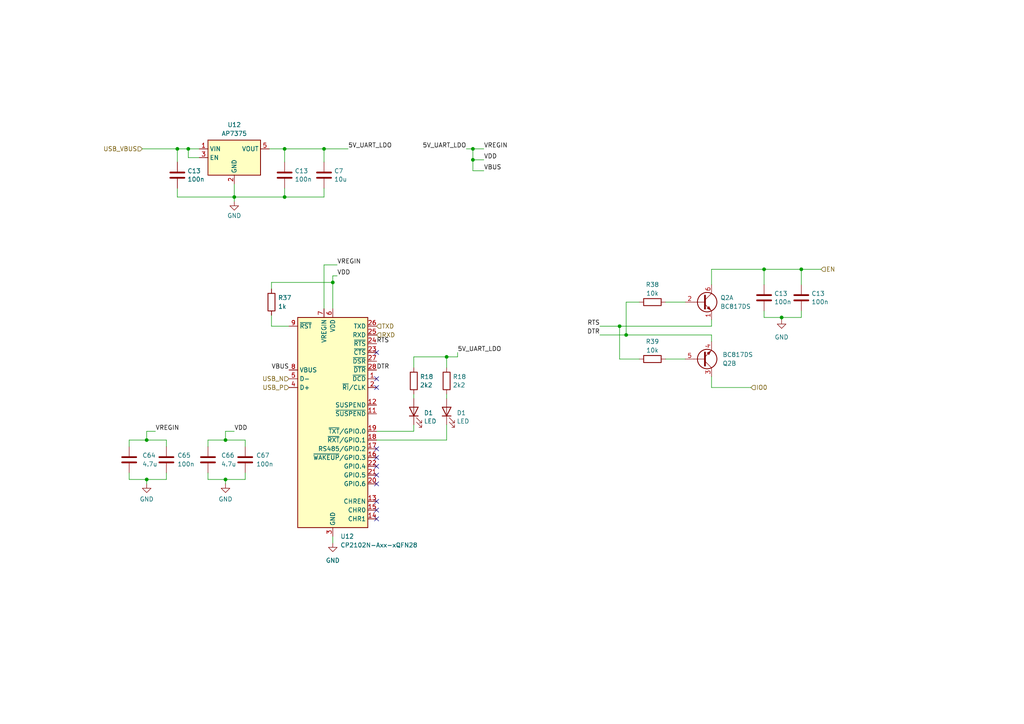
<source format=kicad_sch>
(kicad_sch (version 20230121) (generator eeschema)
  (paper "A4")
  (title_block (title "USB to UART Programming Circuit") (date "2023-11-15"))
  (lib_symbols
    (symbol "Device:C" (pin_numbers hide) (pin_names (offset 0.254))
      (property "Reference" "C" (at 0.635 2.54 0))
      (property "Value" "C" (at 0.635 -2.54 0))
      (symbol "C_0_1"
        (polyline (pts (xy -2.032 -0.762) (xy 2.032 -0.762)) (stroke (width 0.508)))
        (polyline (pts (xy -2.032 0.762) (xy 2.032 0.762)) (stroke (width 0.508)))
      )
      (symbol "C_1_1"
        (pin passive line (at 0 3.81 270) (length 2.794) (name "~") (number "1"))
        (pin passive line (at 0 -3.81 90) (length 2.794) (name "~") (number "2"))
      )
    )
    (symbol "Device:LED" (pin_numbers hide) (pin_names (offset 1.016) hide)
      (property "Reference" "D" (at 0 2.54 0))
      (property "Value" "LED" (at 0 -2.54 0))
      (symbol "LED_0_1"
        (polyline (pts (xy -1.27 -1.27) (xy -1.27 1.27)) (stroke (width 0.254)))
        (polyline (pts (xy -1.27 0) (xy 1.27 0)))
        (polyline (pts (xy 1.27 -1.27) (xy 1.27 1.27) (xy -1.27 0) (xy 1.27 -1.27)) (stroke (width 0.254)))
        (polyline (pts (xy -3.048 -0.762) (xy -4.572 -2.286) (xy -3.81 -2.286) (xy -4.572 -2.286) (xy -4.572 -1.524)))
        (polyline (pts (xy -1.778 -0.762) (xy -3.302 -2.286) (xy -2.54 -2.286) (xy -3.302 -2.286) (xy -3.302 -1.524)))
      )
      (symbol "LED_1_1"
        (pin passive line (at -3.81 0 0) (length 2.54) (name "K") (number "1"))
        (pin passive line (at 3.81 0 180) (length 2.54) (name "A") (number "2"))
      )
    )
    (symbol "Device:Q_Dual_NPN_NPN_E1B1C2E2B2C1" (pin_names (offset 0) hide)
      (property "Reference" "Q" (at 5.08 1.27 0))
      (property "Value" "Q_Dual_NPN_NPN_E1B1C2E2B2C1" (at 5.08 -1.27 0))
      (symbol "Q_Dual_NPN_NPN_E1B1C2E2B2C1_0_1"
        (polyline (pts (xy 0.635 0) (xy -2.54 0)))
        (polyline (pts (xy 0.635 0.635) (xy 2.54 2.54)))
        (polyline (pts (xy 0.635 -0.635) (xy 2.54 -2.54) (xy 2.54 -2.54)))
        (polyline (pts (xy 0.635 1.905) (xy 0.635 -1.905) (xy 0.635 -1.905)) (stroke (width 0.508)))
        (polyline (pts (xy 1.27 -1.778) (xy 1.778 -1.27) (xy 2.286 -2.286) (xy 1.27 -1.778) (xy 1.27 -1.778)) (fill (type outline)))
        (circle (center 1.27 0) (radius 2.8194) (stroke (width 0.254)))
      )
      (symbol "Q_Dual_NPN_NPN_E1B1C2E2B2C1_1_1"
        (pin passive line (at 2.54 -5.08 90) (length 2.54) (name "E1") (number "1"))
        (pin input line (at -5.08 0 0) (length 2.54) (name "B1") (number "2"))
        (pin passive line (at 2.54 5.08 270) (length 2.54) (name "C1") (number "6"))
      )
      (symbol "Q_Dual_NPN_NPN_E1B1C2E2B2C1_2_1"
        (pin passive line (at 2.54 5.08 270) (length 2.54) (name "C2") (number "3"))
        (pin passive line (at 2.54 -5.08 90) (length 2.54) (name "E2") (number "4"))
        (pin input line (at -5.08 0 0) (length 2.54) (name "B2") (number "5"))
      )
    )
    (symbol "Device:R" (pin_numbers hide) (pin_names (offset 0))
      (property "Reference" "R" (at 2.032 0 90))
      (property "Value" "R" (at 0 0 90))
      (symbol "R_0_1"
        (rectangle (start -1.016 -2.54) (end 1.016 2.54) (stroke (width 0.254)))
      )
      (symbol "R_1_1"
        (pin passive line (at 0 3.81 270) (length 1.27) (name "~") (number "1"))
        (pin passive line (at 0 -3.81 90) (length 1.27) (name "~") (number "2"))
      )
    )
    (symbol "Interface_USB:CP2102N-Axx-xQFN28"
      (property "Reference" "U" (at -8.89 31.75 0))
      (property "Value" "CP2102N-Axx-xQFN28" (at 12.7 31.75 0))
      (symbol "CP2102N-Axx-xQFN28_0_1"
        (rectangle (start -10.16 30.48) (end 10.16 -30.48) (stroke (width 0.254)) (fill (type background)))
      )
      (symbol "CP2102N-Axx-xQFN28_1_1"
        (pin input line (at 12.7 12.7 180) (length 2.54) (name "~{DCD}") (number "1"))
        (pin no_connect line (at -10.16 -27.94 0) (length 2.54) hide (name "NC") (number "10"))
        (pin output line (at 12.7 2.54 180) (length 2.54) (name "~{SUSPEND}") (number "11"))
        (pin output line (at 12.7 5.08 180) (length 2.54) (name "SUSPEND") (number "12"))
        (pin output line (at 12.7 -22.86 180) (length 2.54) (name "CHREN") (number "13"))
        (pin output line (at 12.7 -27.94 180) (length 2.54) (name "CHR1") (number "14"))
        (pin output line (at 12.7 -25.4 180) (length 2.54) (name "CHR0") (number "15"))
        (pin bidirectional line (at 12.7 -10.16 180) (length 2.54) (name "~{WAKEUP}/GPIO.3") (number "16"))
        (pin bidirectional line (at 12.7 -7.62 180) (length 2.54) (name "RS485/GPIO.2") (number "17"))
        (pin bidirectional line (at 12.7 -5.08 180) (length 2.54) (name "~{RXT}/GPIO.1") (number "18"))
        (pin bidirectional line (at 12.7 -2.54 180) (length 2.54) (name "~{TXT}/GPIO.0") (number "19"))
        (pin bidirectional line (at 12.7 10.16 180) (length 2.54) (name "~{RI}/CLK") (number "2"))
        (pin bidirectional line (at 12.7 -17.78 180) (length 2.54) (name "GPIO.6") (number "20"))
        (pin bidirectional line (at 12.7 -15.24 180) (length 2.54) (name "GPIO.5") (number "21"))
        (pin bidirectional line (at 12.7 -12.7 180) (length 2.54) (name "GPIO.4") (number "22"))
        (pin input line (at 12.7 20.32 180) (length 2.54) (name "~{CTS}") (number "23"))
        (pin output line (at 12.7 22.86 180) (length 2.54) (name "~{RTS}") (number "24"))
        (pin input line (at 12.7 25.4 180) (length 2.54) (name "RXD") (number "25"))
        (pin output line (at 12.7 27.94 180) (length 2.54) (name "TXD") (number "26"))
        (pin input line (at 12.7 17.78 180) (length 2.54) (name "~{DSR}") (number "27"))
        (pin output line (at 12.7 15.24 180) (length 2.54) (name "~{DTR}") (number "28"))
        (pin passive line (at 0 -33.02 90) (length 2.54) hide (name "GND") (number "29"))
        (pin power_in line (at 0 -33.02 90) (length 2.54) (name "GND") (number "3"))
        (pin bidirectional line (at -12.7 10.16 0) (length 2.54) (name "D+") (number "4"))
        (pin bidirectional line (at -12.7 12.7 0) (length 2.54) (name "D-") (number "5"))
        (pin power_in line (at 0 33.02 270) (length 2.54) (name "VDD") (number "6"))
        (pin power_in line (at -2.54 33.02 270) (length 2.54) (name "VREGIN") (number "7"))
        (pin input line (at -12.7 15.24 0) (length 2.54) (name "VBUS") (number "8"))
        (pin input line (at -12.7 27.94 0) (length 2.54) (name "~{RST}") (number "9"))
      )
    )
    (symbol "power:GND" (power) (pin_names (offset 0))
      (property "Value" "GND" (at 0 -3.81 0))
      (symbol "GND_0_1"
        (polyline (pts (xy 0 0) (xy 0 -1.27) (xy 1.27 -1.27) (xy 0 -2.54) (xy -1.27 -1.27) (xy 0 -1.27)))
      )
      (symbol "GND_1_1"
        (pin power_in line (at 0 0 270) (length 0) hide (name "GND") (number "1"))
      )
    )
    (symbol "props_board:AP7375"
      (property "Reference" "U" (at 0 6.35 0))
      (property "Value" "AP7375" (at -19.05 0 0))
      (symbol "AP7375_0_0"
        (pin power_in line (at -10.16 1.27 0) (length 2.54) (name "VIN") (number "1"))
        (pin power_in line (at 0 -8.89 90) (length 2.54) (name "GND") (number "2"))
        (pin input line (at -10.16 -1.27 0) (length 2.54) (name "EN") (number "3"))
        (pin power_out line (at 10.16 1.27 180) (length 2.54) (name "VOUT") (number "5"))
      )
      (symbol "AP7375_1_0"
        (pin no_connect line (at -10.16 -3.81 0) (length 2.54) hide (name "NC") (number "4"))
      )
      (symbol "AP7375_1_1"
        (rectangle (start -7.62 3.81) (end 7.62 -6.35) (stroke (width 0.254)) (fill (type background)))
      )
    )
  )
  (junction (at 65.405 139.065))
  (junction (at 179.705 94.615))
  (junction (at 82.55 57.15))
  (junction (at 137.16 46.355))
  (junction (at 181.61 97.155))
  (junction (at 137.16 43.18))
  (junction (at 51.435 43.18))
  (junction (at 65.405 127.635))
  (junction (at 96.52 81.915))
  (junction (at 42.545 127.635))
  (junction (at 232.41 78.105))
  (junction (at 129.54 103.505))
  (junction (at 93.98 43.18))
  (junction (at 54.61 43.18))
  (junction (at 67.945 57.15))
  (junction (at 42.545 139.065))
  (junction (at 226.695 92.075))
  (junction (at 82.55 43.18))
  (junction (at 221.615 78.105))
  (no_connect (at 109.22 150.495))
  (no_connect (at 109.22 112.395))
  (no_connect (at 109.22 102.235))
  (no_connect (at 109.22 137.795))
  (no_connect (at 109.22 147.955))
  (no_connect (at 109.22 109.855))
  (no_connect (at 109.22 140.335))
  (no_connect (at 109.22 135.255))
  (no_connect (at 109.22 130.175))
  (no_connect (at 109.22 145.415))
  (no_connect (at 109.22 132.715))
  (wire (pts (xy 132.715 102.235) (xy 132.715 103.505)))
  (wire (pts (xy 60.325 139.065) (xy 65.405 139.065)))
  (wire (pts (xy 232.41 92.075) (xy 232.41 90.17)))
  (wire (pts (xy 206.375 109.22) (xy 206.375 112.395)))
  (wire (pts (xy 129.54 123.19) (xy 129.54 127.635)))
  (wire (pts (xy 206.375 97.155) (xy 181.61 97.155)))
  (wire (pts (xy 65.405 139.065) (xy 71.12 139.065)))
  (wire (pts (xy 71.12 139.065) (xy 71.12 137.16)))
  (wire (pts (xy 193.04 104.14) (xy 198.755 104.14)))
  (wire (pts (xy 135.255 43.18) (xy 137.16 43.18)))
  (wire (pts (xy 60.325 137.16) (xy 60.325 139.065)))
  (wire (pts (xy 206.375 94.615) (xy 179.705 94.615)))
  (wire (pts (xy 60.325 127.635) (xy 60.325 129.54)))
  (wire (pts (xy 206.375 92.71) (xy 206.375 94.615)))
  (wire (pts (xy 71.12 127.635) (xy 65.405 127.635)))
  (wire (pts (xy 97.79 80.01) (xy 96.52 80.01)))
  (wire (pts (xy 129.54 114.3) (xy 129.54 115.57)))
  (wire (pts (xy 83.82 94.615) (xy 78.74 94.615)))
  (wire (pts (xy 42.545 139.065) (xy 48.26 139.065)))
  (wire (pts (xy 57.785 45.72) (xy 54.61 45.72)))
  (wire (pts (xy 206.375 112.395) (xy 217.805 112.395)))
  (wire (pts (xy 132.715 103.505) (xy 129.54 103.505)))
  (wire (pts (xy 232.41 82.55) (xy 232.41 78.105)))
  (wire (pts (xy 93.98 43.18) (xy 93.98 46.99)))
  (wire (pts (xy 120.015 103.505) (xy 120.015 106.68)))
  (wire (pts (xy 232.41 78.105) (xy 238.125 78.105)))
  (wire (pts (xy 82.55 43.18) (xy 93.98 43.18)))
  (wire (pts (xy 93.98 54.61) (xy 93.98 57.15)))
  (wire (pts (xy 96.52 89.535) (xy 96.52 81.915)))
  (wire (pts (xy 37.465 139.065) (xy 42.545 139.065)))
  (wire (pts (xy 181.61 97.155) (xy 181.61 87.63)))
  (wire (pts (xy 93.98 76.835) (xy 93.98 89.535)))
  (wire (pts (xy 82.55 43.18) (xy 82.55 46.99)))
  (wire (pts (xy 226.695 92.075) (xy 226.695 92.71)))
  (wire (pts (xy 67.945 125.095) (xy 65.405 125.095)))
  (wire (pts (xy 179.705 104.14) (xy 185.42 104.14)))
  (wire (pts (xy 54.61 45.72) (xy 54.61 43.18)))
  (wire (pts (xy 42.545 139.065) (xy 42.545 140.335)))
  (wire (pts (xy 54.61 43.18) (xy 57.785 43.18)))
  (wire (pts (xy 65.405 127.635) (xy 60.325 127.635)))
  (wire (pts (xy 78.74 81.915) (xy 78.74 83.82)))
  (wire (pts (xy 96.52 155.575) (xy 96.52 157.48)))
  (wire (pts (xy 96.52 81.915) (xy 78.74 81.915)))
  (wire (pts (xy 120.015 125.095) (xy 109.22 125.095)))
  (wire (pts (xy 232.41 78.105) (xy 221.615 78.105)))
  (wire (pts (xy 51.435 54.61) (xy 51.435 57.15)))
  (wire (pts (xy 221.615 82.55) (xy 221.615 78.105)))
  (wire (pts (xy 173.99 94.615) (xy 179.705 94.615)))
  (wire (pts (xy 67.945 57.15) (xy 67.945 58.42)))
  (wire (pts (xy 42.545 125.095) (xy 42.545 127.635)))
  (wire (pts (xy 48.26 139.065) (xy 48.26 137.16)))
  (wire (pts (xy 45.085 125.095) (xy 42.545 125.095)))
  (wire (pts (xy 93.98 57.15) (xy 82.55 57.15)))
  (wire (pts (xy 42.545 127.635) (xy 37.465 127.635)))
  (wire (pts (xy 82.55 54.61) (xy 82.55 57.15)))
  (wire (pts (xy 65.405 139.065) (xy 65.405 140.335)))
  (wire (pts (xy 206.375 99.06) (xy 206.375 97.155)))
  (wire (pts (xy 226.695 92.075) (xy 232.41 92.075)))
  (wire (pts (xy 129.54 127.635) (xy 109.22 127.635)))
  (wire (pts (xy 129.54 106.68) (xy 129.54 103.505)))
  (wire (pts (xy 179.705 94.615) (xy 179.705 104.14)))
  (wire (pts (xy 137.16 43.18) (xy 140.335 43.18)))
  (wire (pts (xy 82.55 57.15) (xy 67.945 57.15)))
  (wire (pts (xy 67.945 53.34) (xy 67.945 57.15)))
  (wire (pts (xy 181.61 87.63) (xy 185.42 87.63)))
  (wire (pts (xy 41.275 43.18) (xy 51.435 43.18)))
  (wire (pts (xy 140.335 49.53) (xy 137.16 49.53)))
  (wire (pts (xy 206.375 82.55) (xy 206.375 78.105)))
  (wire (pts (xy 120.015 114.3) (xy 120.015 115.57)))
  (wire (pts (xy 193.04 87.63) (xy 198.755 87.63)))
  (wire (pts (xy 71.12 129.54) (xy 71.12 127.635)))
  (wire (pts (xy 37.465 127.635) (xy 37.465 129.54)))
  (wire (pts (xy 221.615 92.075) (xy 226.695 92.075)))
  (wire (pts (xy 51.435 43.18) (xy 51.435 46.99)))
  (wire (pts (xy 37.465 137.16) (xy 37.465 139.065)))
  (wire (pts (xy 173.99 97.155) (xy 181.61 97.155)))
  (wire (pts (xy 48.26 129.54) (xy 48.26 127.635)))
  (wire (pts (xy 221.615 90.17) (xy 221.615 92.075)))
  (wire (pts (xy 65.405 125.095) (xy 65.405 127.635)))
  (wire (pts (xy 78.74 91.44) (xy 78.74 94.615)))
  (wire (pts (xy 51.435 43.18) (xy 54.61 43.18)))
  (wire (pts (xy 78.105 43.18) (xy 82.55 43.18)))
  (wire (pts (xy 129.54 103.505) (xy 120.015 103.505)))
  (wire (pts (xy 140.335 46.355) (xy 137.16 46.355)))
  (wire (pts (xy 48.26 127.635) (xy 42.545 127.635)))
  (wire (pts (xy 51.435 57.15) (xy 67.945 57.15)))
  (wire (pts (xy 97.79 76.835) (xy 93.98 76.835)))
  (wire (pts (xy 206.375 78.105) (xy 221.615 78.105)))
  (wire (pts (xy 120.015 123.19) (xy 120.015 125.095)))
  (wire (pts (xy 96.52 80.01) (xy 96.52 81.915)))
  (wire (pts (xy 137.16 46.355) (xy 137.16 43.18)))
  (wire (pts (xy 93.98 43.18) (xy 100.965 43.18)))
  (wire (pts (xy 137.16 49.53) (xy 137.16 46.355)))
  (label "VBUS" (at 83.82 107.315 180))
  (label "DTR" (at 109.22 107.315 0))
  (label "5V_UART_LDO" (at 132.715 102.235 0))
  (label "5V_UART_LDO" (at 100.965 43.18 0))
  (label "VREGIN" (at 97.79 76.835 0))
  (label "RTS" (at 109.22 99.695 0))
  (label "VBUS" (at 140.335 49.53 0))
  (label "VDD" (at 97.79 80.01 0))
  (label "VDD" (at 140.335 46.355 0))
  (label "VDD" (at 67.945 125.095 0))
  (label "5V_UART_LDO" (at 135.255 43.18 180))
  (label "DTR" (at 173.99 97.155 180))
  (label "RTS" (at 173.99 94.615 180))
  (label "VREGIN" (at 140.335 43.18 0))
  (label "VREGIN" (at 45.085 125.095 0))
  (hierarchical_label "USB_VBUS" (shape input) (at 41.275 43.18 180))
  (hierarchical_label "USB_N" (shape input) (at 83.82 109.855 180))
  (hierarchical_label "IO0" (shape input) (at 217.805 112.395 0))
  (hierarchical_label "USB_P" (shape input) (at 83.82 112.395 180))
  (hierarchical_label "RXD" (shape input) (at 109.22 97.155 0))
  (hierarchical_label "TXD" (shape input) (at 109.22 94.615 0))
  (hierarchical_label "EN" (shape input) (at 238.125 78.105 0))
  (symbol (lib_id "Device:C") (at 82.55 50.8 0) (unit 1)
    (property "Reference" "C13" (at 85.471 49.5879 0) (effects (justify left)))
    (property "Value" "100n" (at 85.471 52.0121 0) (effects (justify left)))
    (property "Footprint" "Capacitor_SMD:C_0603_1608Metric" (effects hide))
    (property "Digikey Part No." "1276-1000-1-ND" (effects hide))
    (instances (project "props_board_v3" (path "" (reference "C13") (unit 1)) (path "" (reference "C44") (unit 1)) (path "" (reference "C60") (unit 1))))
  )
  (symbol (lib_id "Device:C") (at 37.465 133.35 0) (unit 1)
    (property "Reference" "C64" (at 41.275 132.08 0) (effects (justify left)))
    (property "Value" "4.7u" (at 41.275 134.62 0) (effects (justify left)))
    (property "Footprint" "Capacitor_SMD:C_0603_1608Metric" (effects hide))
    (property "Digikey Part No." "1276-1903-1-ND" (effects hide))
  )
  (symbol (lib_id "Device:C") (at 221.615 86.36 0) (unit 1)
    (property "Reference" "C13" (at 224.536 85.1479 0) (effects (justify left)))
    (property "Value" "100n" (at 224.536 87.5721 0) (effects (justify left)))
    (property "Footprint" "Capacitor_SMD:C_0603_1608Metric" (effects hide))
    (property "Digikey Part No." "1276-1000-1-ND" (effects hide))
    (instances (project "props_board_v3" (path "" (reference "C13") (unit 1)) (path "" (reference "C44") (unit 1)) (path "" (reference "C62") (unit 1))))
  )
  (symbol (lib_id "Device:R") (at 189.23 104.14 90) (unit 1)
    (property "Reference" "R39" (at 189.23 99.06 90))
    (property "Value" "10k" (at 189.23 101.6 90))
    (property "Footprint" "Resistor_SMD:R_0603_1608Metric" (effects hide))
    (property "Digikey Part No." "RMCF0603FT10K0CT-ND" (effects hide))
  )
  (symbol (lib_id "Device:Q_Dual_NPN_NPN_E1B1C2E2B2C1") (at 203.835 104.14 0) (mirror x) (unit 2)
    (property "Reference" "Q2" (at 209.55 105.41 0) (effects (justify left)))
    (property "Value" "BC817DS" (at 209.55 102.87 0) (effects (justify left)))
    (property "Footprint" "Package_SO:TSOP-6_1.65x3.05mm_P0.95mm" (effects hide))
    (property "Digikey Part No." "1727-6188-1-ND" (effects hide))
  )
  (symbol (lib_id "power:GND") (at 96.52 157.48 0) (unit 1)
    (property "Reference" "#PWR050" (effects hide))
    (property "Value" "GND" (at 96.52 162.56 0))
  )
  (symbol (lib_id "props_board:AP7375") (at 67.945 44.45 0) (unit 1)
    (property "Reference" "U12" (at 67.945 36.195 0))
    (property "Value" "AP7375" (at 67.945 38.735 0))
    (property "Footprint" "Package_TO_SOT_SMD:SOT-23-5" (effects hide))
    (property "Digikey Part No." "31-AP7375-50W5-7CT-ND" (effects hide))
    (instances (project "props_board_v3" (path "" (reference "U12") (unit 1)) (path "" (reference "U11") (unit 1))))
  )
  (symbol (lib_id "Device:C") (at 71.12 133.35 0) (unit 1)
    (property "Reference" "C67" (at 74.295 132.08 0) (effects (justify left)))
    (property "Value" "100n" (at 74.295 134.62 0) (effects (justify left)))
    (property "Footprint" "Capacitor_SMD:C_0603_1608Metric" (effects hide))
    (property "Digikey Part No." "1276-1000-1-ND" (effects hide))
  )
  (symbol (lib_id "Device:C") (at 60.325 133.35 0) (unit 1)
    (property "Reference" "C66" (at 64.135 132.08 0) (effects (justify left)))
    (property "Value" "4.7u" (at 64.135 134.62 0) (effects (justify left)))
    (property "Footprint" "Capacitor_SMD:C_0603_1608Metric" (effects hide))
    (property "Digikey Part No." "1276-1903-1-ND" (effects hide))
  )
  (symbol (lib_id "Device:R") (at 120.015 110.49 0) (unit 1)
    (property "Reference" "R18" (at 121.793 109.2779 0) (effects (justify left)))
    (property "Value" "2k2" (at 121.793 111.7021 0) (effects (justify left)))
    (property "Footprint" "Resistor_SMD:R_0603_1608Metric" (effects hide))
    (property "Digikey Part No." "RMCF0603JT2K20CT-ND" (effects hide))
    (instances (project "props_board_v3" (path "" (reference "R18") (unit 1)) (path "" (reference "R40") (unit 1))))
  )
  (symbol (lib_id "Device:LED") (at 120.015 119.38 90) (unit 1)
    (property "Reference" "D1" (at 122.936 119.7554 90) (effects (justify right)))
    (property "Value" "LED" (at 122.936 122.1796 90) (effects (justify right)))
    (property "Footprint" "LED_SMD:LED_0603_1608Metric" (effects hide))
    (property "Digikey Part No." "160-1828-1-ND" (effects hide))
    (instances (project "props_board_v3" (path "" (reference "D1") (unit 1)) (path "" (reference "D7") (unit 1))))
  )
  (symbol (lib_id "Device:C") (at 51.435 50.8 0) (unit 1)
    (property "Reference" "C13" (at 54.356 49.5879 0) (effects (justify left)))
    (property "Value" "100n" (at 54.356 52.0121 0) (effects (justify left)))
    (property "Footprint" "Capacitor_SMD:C_0603_1608Metric" (effects hide))
    (property "Digikey Part No." "1276-1000-1-ND" (effects hide))
    (instances (project "props_board_v3" (path "" (reference "C13") (unit 1)) (path "" (reference "C48") (unit 1)) (path "" (reference "C59") (unit 1))))
  )
  (symbol (lib_id "Device:C") (at 48.26 133.35 0) (unit 1)
    (property "Reference" "C65" (at 51.435 132.08 0) (effects (justify left)))
    (property "Value" "100n" (at 51.435 134.62 0) (effects (justify left)))
    (property "Footprint" "Capacitor_SMD:C_0603_1608Metric" (effects hide))
    (property "Digikey Part No." "1276-1000-1-ND" (effects hide))
  )
  (symbol (lib_id "Interface_USB:CP2102N-Axx-xQFN28") (at 96.52 122.555 0) (unit 1)
    (property "Reference" "U12" (at 98.7141 155.575 0) (effects (justify left)))
    (property "Value" "CP2102N-Axx-xQFN28" (at 98.7141 158.115 0) (effects (justify left)))
    (property "Footprint" "Package_DFN_QFN:QFN-28-1EP_5x5mm_P0.5mm_EP3.35x3.35mm" (effects hide))
    (property "Datasheet" "https://www.silabs.com/documents/public/data-sheets/cp2102n-datasheet.pdf" (effects hide))
    (property "Digikey Part No." "taobao" (effects hide))
  )
  (symbol (lib_id "Device:LED") (at 129.54 119.38 90) (unit 1)
    (property "Reference" "D1" (at 132.461 119.7554 90) (effects (justify right)))
    (property "Value" "LED" (at 132.461 122.1796 90) (effects (justify right)))
    (property "Footprint" "LED_SMD:LED_0603_1608Metric" (effects hide))
    (property "Digikey Part No." "160-1828-1-ND" (effects hide))
    (instances (project "props_board_v3" (path "" (reference "D1") (unit 1)) (path "" (reference "D8") (unit 1))))
  )
  (symbol (lib_id "Device:C") (at 93.98 50.8 0) (unit 1)
    (property "Reference" "C7" (at 96.901 49.5879 0) (effects (justify left)))
    (property "Value" "10u" (at 96.901 52.0121 0) (effects (justify left)))
    (property "Footprint" "Capacitor_SMD:C_0603_1608Metric" (effects hide))
    (property "Digikey Part No." "1276-1192-1-ND" (effects hide))
    (instances (project "props_board_v3" (path "" (reference "C7") (unit 1)) (path "" (reference "C47") (unit 1)) (path "" (reference "C61") (unit 1))))
  )
  (symbol (lib_id "power:GND") (at 42.545 140.335 0) (unit 1)
    (property "Reference" "#PWR048" (effects hide))
    (property "Value" "GND" (at 42.545 144.78 0))
  )
  (symbol (lib_id "Device:R") (at 129.54 110.49 0) (unit 1)
    (property "Reference" "R18" (at 131.318 109.2779 0) (effects (justify left)))
    (property "Value" "2k2" (at 131.318 111.7021 0) (effects (justify left)))
    (property "Footprint" "Resistor_SMD:R_0603_1608Metric" (effects hide))
    (property "Digikey Part No." "RMCF0603JT2K20CT-ND" (effects hide))
    (instances (project "props_board_v3" (path "" (reference "R18") (unit 1)) (path "" (reference "R41") (unit 1))))
  )
  (symbol (lib_id "Device:Q_Dual_NPN_NPN_E1B1C2E2B2C1") (at 203.835 87.63 0) (unit 1)
    (property "Reference" "Q2" (at 208.915 86.36 0) (effects (justify left)))
    (property "Value" "BC817DS" (at 208.915 88.9 0) (effects (justify left)))
    (property "Footprint" "Package_SO:TSOP-6_1.65x3.05mm_P0.95mm" (effects hide))
    (property "Digikey Part No." "1727-6188-1-ND" (effects hide))
  )
  (symbol (lib_id "power:GND") (at 67.945 58.42 0) (unit 1)
    (property "Reference" "#PWR025" (effects hide))
    (property "Value" "GND" (at 67.945 62.5531 0))
    (instances (project "props_board_v3" (path "" (reference "#PWR025") (unit 1)) (path "" (reference "#PWR046") (unit 1))))
  )
  (symbol (lib_id "power:GND") (at 65.405 140.335 0) (unit 1)
    (property "Reference" "#PWR049" (effects hide))
    (property "Value" "GND" (at 65.405 144.78 0))
  )
  (symbol (lib_id "Device:R") (at 78.74 87.63 0) (unit 1)
    (property "Reference" "R37" (at 80.645 86.36 0) (effects (justify left)))
    (property "Value" "1k" (at 80.645 88.9 0) (effects (justify left)))
    (property "Footprint" "Resistor_SMD:R_0402_1005Metric" (effects hide))
    (property "Digikey Part No." "RMCF0402FT1K00CT-ND" (effects hide))
  )
  (symbol (lib_id "power:GND") (at 226.695 92.71 0) (unit 1)
    (property "Reference" "#PWR047" (effects hide))
    (property "Value" "GND" (at 226.695 97.79 0))
  )
  (symbol (lib_id "Device:C") (at 232.41 86.36 0) (unit 1)
    (property "Reference" "C13" (at 235.331 85.1479 0) (effects (justify left)))
    (property "Value" "100n" (at 235.331 87.5721 0) (effects (justify left)))
    (property "Footprint" "Capacitor_SMD:C_0603_1608Metric" (effects hide))
    (property "Digikey Part No." "1276-1000-1-ND" (effects hide))
    (instances (project "props_board_v3" (path "" (reference "C13") (unit 1)) (path "" (reference "C44") (unit 1)) (path "" (reference "C63") (unit 1))))
  )
  (symbol (lib_id "Device:R") (at 189.23 87.63 90) (unit 1)
    (property "Reference" "R38" (at 189.23 82.55 90))
    (property "Value" "10k" (at 189.23 85.09 90))
    (property "Footprint" "Resistor_SMD:R_0603_1608Metric" (effects hide))
    (property "Digikey Part No." "RMCF0603FT10K0CT-ND" (effects hide))
  )
)
</source>
